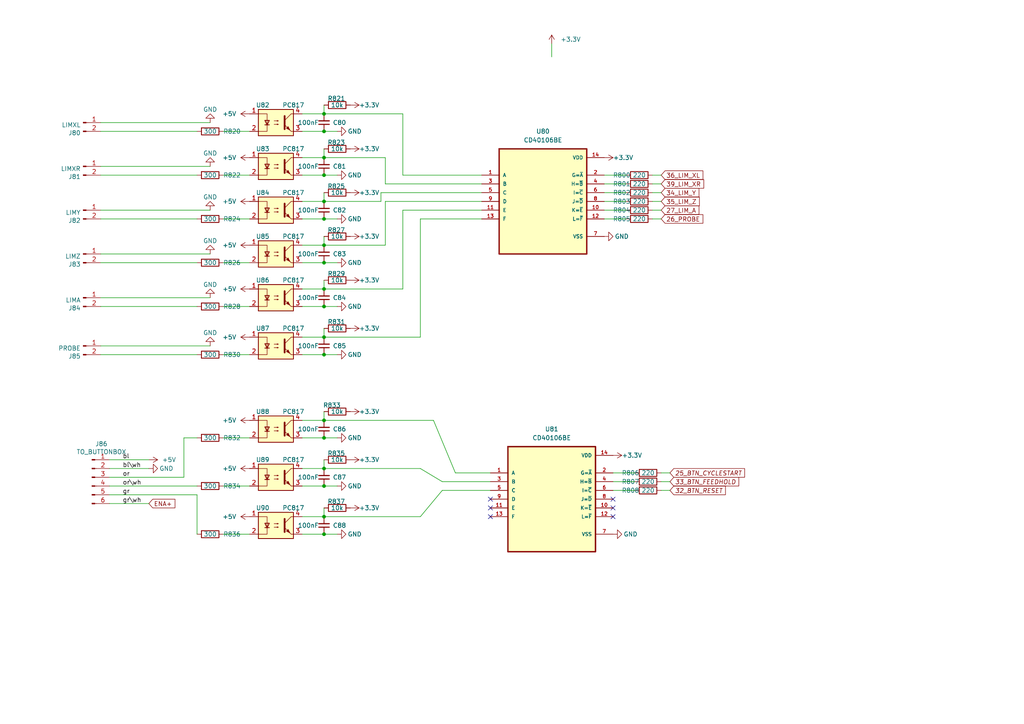
<source format=kicad_sch>
(kicad_sch (version 20211123) (generator eeschema)
  (paper "A4")
  (lib_symbols
    (symbol "CD40106BE:CD40106BE" (pin_names (offset 1.016))
      (property "Reference" "U" (at -12.7 16.2306 0))
      (property "Value" "CD40106BE" (at -12.7 -19.2278 0))
      (symbol "CD40106BE_0_0"
        (rectangle (start -12.7 -15.24) (end 12.7 15.24) (stroke (width 0.4064)) (fill (type background)))
        (pin input line (at -17.78 7.62 0) (length 5.08) (name "A") (number "1"))
        (pin output line (at 17.78 -2.54 180) (length 5.08) (name "K=~{E}") (number "10"))
        (pin input line (at -17.78 -2.54 0) (length 5.08) (name "E") (number "11"))
        (pin output line (at 17.78 -5.08 180) (length 5.08) (name "L=~{F}") (number "12"))
        (pin input line (at -17.78 -5.08 0) (length 5.08) (name "F") (number "13"))
        (pin power_in line (at 17.78 12.7 180) (length 5.08) (name "VDD") (number "14"))
        (pin output line (at 17.78 7.62 180) (length 5.08) (name "G=~{A}") (number "2"))
        (pin input line (at -17.78 5.08 0) (length 5.08) (name "B") (number "3"))
        (pin output line (at 17.78 5.08 180) (length 5.08) (name "H=~{B}") (number "4"))
        (pin input line (at -17.78 2.54 0) (length 5.08) (name "C") (number "5"))
        (pin output line (at 17.78 2.54 180) (length 5.08) (name "I=~{C}") (number "6"))
        (pin power_in line (at 17.78 -10.16 180) (length 5.08) (name "VSS") (number "7"))
        (pin output line (at 17.78 0 180) (length 5.08) (name "J=~{D}") (number "8"))
        (pin input line (at -17.78 0 0) (length 5.08) (name "D") (number "9"))
      )
    )
    (symbol "Connector:Conn_01x02_Male" (pin_names (offset 1.016) hide)
      (property "Reference" "J" (at 0 2.54 0))
      (property "Value" "Conn_01x02_Male" (at 0 -5.08 0))
      (symbol "Conn_01x02_Male_1_1"
        (polyline (pts (xy 1.27 -2.54) (xy 0.8636 -2.54)) (stroke (width 0.1524)))
        (polyline (pts (xy 1.27 0) (xy 0.8636 0)) (stroke (width 0.1524)))
        (rectangle (start 0.8636 -2.413) (end 0 -2.667) (stroke (width 0.1524)) (fill (type outline)))
        (rectangle (start 0.8636 0.127) (end 0 -0.127) (stroke (width 0.1524)) (fill (type outline)))
        (pin passive line (at 5.08 0 180) (length 3.81) (name "Pin_1") (number "1"))
        (pin passive line (at 5.08 -2.54 180) (length 3.81) (name "Pin_2") (number "2"))
      )
    )
    (symbol "Connector:Conn_01x06_Male" (pin_names (offset 1.016) hide)
      (property "Reference" "J" (at 0 7.62 0))
      (property "Value" "Conn_01x06_Male" (at 0 -10.16 0))
      (symbol "Conn_01x06_Male_1_1"
        (polyline (pts (xy 1.27 -7.62) (xy 0.8636 -7.62)) (stroke (width 0.1524)))
        (polyline (pts (xy 1.27 -5.08) (xy 0.8636 -5.08)) (stroke (width 0.1524)))
        (polyline (pts (xy 1.27 -2.54) (xy 0.8636 -2.54)) (stroke (width 0.1524)))
        (polyline (pts (xy 1.27 0) (xy 0.8636 0)) (stroke (width 0.1524)))
        (polyline (pts (xy 1.27 2.54) (xy 0.8636 2.54)) (stroke (width 0.1524)))
        (polyline (pts (xy 1.27 5.08) (xy 0.8636 5.08)) (stroke (width 0.1524)))
        (rectangle (start 0.8636 -7.493) (end 0 -7.747) (stroke (width 0.1524)) (fill (type outline)))
        (rectangle (start 0.8636 -4.953) (end 0 -5.207) (stroke (width 0.1524)) (fill (type outline)))
        (rectangle (start 0.8636 -2.413) (end 0 -2.667) (stroke (width 0.1524)) (fill (type outline)))
        (rectangle (start 0.8636 0.127) (end 0 -0.127) (stroke (width 0.1524)) (fill (type outline)))
        (rectangle (start 0.8636 2.667) (end 0 2.413) (stroke (width 0.1524)) (fill (type outline)))
        (rectangle (start 0.8636 5.207) (end 0 4.953) (stroke (width 0.1524)) (fill (type outline)))
        (pin passive line (at 5.08 5.08 180) (length 3.81) (name "Pin_1") (number "1"))
        (pin passive line (at 5.08 2.54 180) (length 3.81) (name "Pin_2") (number "2"))
        (pin passive line (at 5.08 0 180) (length 3.81) (name "Pin_3") (number "3"))
        (pin passive line (at 5.08 -2.54 180) (length 3.81) (name "Pin_4") (number "4"))
        (pin passive line (at 5.08 -5.08 180) (length 3.81) (name "Pin_5") (number "5"))
        (pin passive line (at 5.08 -7.62 180) (length 3.81) (name "Pin_6") (number "6"))
      )
    )
    (symbol "Device:C_Small" (pin_numbers hide) (pin_names (offset 0.254) hide)
      (property "Reference" "C" (at 0.254 1.778 0))
      (property "Value" "C_Small" (at 0.254 -2.032 0))
      (symbol "C_Small_0_1"
        (polyline (pts (xy -1.524 -0.508) (xy 1.524 -0.508)) (stroke (width 0.3302)))
        (polyline (pts (xy -1.524 0.508) (xy 1.524 0.508)) (stroke (width 0.3048)))
      )
      (symbol "C_Small_1_1"
        (pin passive line (at 0 2.54 270) (length 2.032) (name "~") (number "1"))
        (pin passive line (at 0 -2.54 90) (length 2.032) (name "~") (number "2"))
      )
    )
    (symbol "Device:R" (pin_numbers hide) (pin_names (offset 0))
      (property "Reference" "R" (at 2.032 0 90))
      (property "Value" "R" (at 0 0 90))
      (symbol "R_0_1"
        (rectangle (start -1.016 -2.54) (end 1.016 2.54) (stroke (width 0.254)))
      )
      (symbol "R_1_1"
        (pin passive line (at 0 3.81 270) (length 1.27) (name "~") (number "1"))
        (pin passive line (at 0 -3.81 90) (length 1.27) (name "~") (number "2"))
      )
    )
    (symbol "Isolator:PC817" (pin_names (offset 1.016))
      (property "Reference" "U" (at -5.08 5.08 0))
      (property "Value" "PC817" (at 0 5.08 0))
      (symbol "PC817_0_1"
        (rectangle (start -5.08 3.81) (end 5.08 -3.81) (stroke (width 0.254)) (fill (type background)))
        (polyline (pts (xy -3.175 -0.635) (xy -1.905 -0.635)) (stroke (width 0.254)))
        (polyline (pts (xy 2.54 0.635) (xy 4.445 2.54)))
        (polyline (pts (xy 4.445 -2.54) (xy 2.54 -0.635)) (fill (type outline)))
        (polyline (pts (xy 4.445 -2.54) (xy 5.08 -2.54)))
        (polyline (pts (xy 4.445 2.54) (xy 5.08 2.54)))
        (polyline (pts (xy -5.08 2.54) (xy -2.54 2.54) (xy -2.54 -0.635)))
        (polyline (pts (xy -2.54 -0.635) (xy -2.54 -2.54) (xy -5.08 -2.54)))
        (polyline (pts (xy 2.54 1.905) (xy 2.54 -1.905) (xy 2.54 -1.905)) (stroke (width 0.508)))
        (polyline (pts (xy -2.54 -0.635) (xy -3.175 0.635) (xy -1.905 0.635) (xy -2.54 -0.635)) (stroke (width 0.254)))
        (polyline (pts (xy -0.508 -0.508) (xy 0.762 -0.508) (xy 0.381 -0.635) (xy 0.381 -0.381) (xy 0.762 -0.508)))
        (polyline (pts (xy -0.508 0.508) (xy 0.762 0.508) (xy 0.381 0.381) (xy 0.381 0.635) (xy 0.762 0.508)))
        (polyline (pts (xy 3.048 -1.651) (xy 3.556 -1.143) (xy 4.064 -2.159) (xy 3.048 -1.651) (xy 3.048 -1.651)) (fill (type outline)))
      )
      (symbol "PC817_1_1"
        (pin passive line (at -7.62 2.54 0) (length 2.54) (name "~") (number "1"))
        (pin passive line (at -7.62 -2.54 0) (length 2.54) (name "~") (number "2"))
        (pin passive line (at 7.62 -2.54 180) (length 2.54) (name "~") (number "3"))
        (pin passive line (at 7.62 2.54 180) (length 2.54) (name "~") (number "4"))
      )
    )
    (symbol "power:+3.3V" (power) (pin_names (offset 0))
      (property "Value" "+3.3V" (at 0 3.556 0))
      (symbol "+3.3V_0_1"
        (polyline (pts (xy -0.762 1.27) (xy 0 2.54)))
        (polyline (pts (xy 0 0) (xy 0 2.54)))
        (polyline (pts (xy 0 2.54) (xy 0.762 1.27)))
      )
      (symbol "+3.3V_1_1"
        (pin power_in line (at 0 0 90) (length 0) hide (name "+3.3V") (number "1"))
      )
    )
    (symbol "power:+5V" (power) (pin_names (offset 0))
      (property "Value" "+5V" (at 0 3.556 0))
      (symbol "+5V_0_1"
        (polyline (pts (xy -0.762 1.27) (xy 0 2.54)))
        (polyline (pts (xy 0 0) (xy 0 2.54)))
        (polyline (pts (xy 0 2.54) (xy 0.762 1.27)))
      )
      (symbol "+5V_1_1"
        (pin power_in line (at 0 0 90) (length 0) hide (name "+5V") (number "1"))
      )
    )
    (symbol "power:GND" (power) (pin_names (offset 0))
      (property "Value" "GND" (at 0 -3.81 0))
      (symbol "GND_0_1"
        (polyline (pts (xy 0 0) (xy 0 -1.27) (xy 1.27 -1.27) (xy 0 -2.54) (xy -1.27 -1.27) (xy 0 -1.27)))
      )
      (symbol "GND_1_1"
        (pin power_in line (at 0 0 270) (length 0) hide (name "GND") (number "1"))
      )
    )
  )
  (junction (at 93.98 121.92))
  (junction (at 93.98 140.97))
  (junction (at 93.98 63.5))
  (junction (at 93.98 149.86))
  (junction (at 93.98 127))
  (junction (at 93.98 102.87))
  (junction (at 93.98 88.9))
  (junction (at 93.98 38.1))
  (junction (at 93.98 71.12))
  (junction (at 93.98 50.8))
  (junction (at 93.98 45.72))
  (junction (at 93.98 135.89))
  (junction (at 93.98 76.2))
  (junction (at 93.98 97.79))
  (junction (at 93.98 154.94))
  (junction (at 93.98 83.82))
  (junction (at 93.98 58.42))
  (junction (at 93.98 33.02))
  (no_connect (at 142.24 144.78))
  (no_connect (at 142.24 147.32))
  (no_connect (at 142.24 149.86))
  (no_connect (at 177.8 149.86))
  (no_connect (at 177.8 147.32))
  (no_connect (at 177.8 144.78))
  (wire (pts (xy 93.98 38.1) (xy 97.79 38.1)))
  (wire (pts (xy 189.23 58.42) (xy 191.77 58.42)))
  (wire (pts (xy 64.77 63.5) (xy 72.39 63.5)))
  (wire (pts (xy 93.98 135.89) (xy 121.92 135.89)))
  (wire (pts (xy 29.21 35.56) (xy 60.96 35.56)))
  (wire (pts (xy 93.98 154.94) (xy 87.63 154.94)))
  (wire (pts (xy 128.27 142.24) (xy 142.24 142.24)))
  (wire (pts (xy 111.76 58.42) (xy 139.7 58.42)))
  (wire (pts (xy 93.98 147.32) (xy 93.98 149.86)))
  (wire (pts (xy 87.63 71.12) (xy 93.98 71.12)))
  (wire (pts (xy 93.98 102.87) (xy 87.63 102.87)))
  (wire (pts (xy 57.15 154.94) (xy 57.15 143.51)))
  (wire (pts (xy 87.63 83.82) (xy 93.98 83.82)))
  (wire (pts (xy 181.61 53.34) (xy 175.26 53.34)))
  (wire (pts (xy 64.77 38.1) (xy 72.39 38.1)))
  (wire (pts (xy 93.98 133.35) (xy 93.98 135.89)))
  (wire (pts (xy 93.98 127) (xy 87.63 127)))
  (wire (pts (xy 64.77 88.9) (xy 72.39 88.9)))
  (wire (pts (xy 177.8 142.24) (xy 184.15 142.24)))
  (wire (pts (xy 93.98 55.88) (xy 93.98 58.42)))
  (wire (pts (xy 93.98 63.5) (xy 97.79 63.5)))
  (wire (pts (xy 139.7 53.34) (xy 111.76 53.34)))
  (wire (pts (xy 93.98 76.2) (xy 97.79 76.2)))
  (wire (pts (xy 57.15 63.5) (xy 29.21 63.5)))
  (wire (pts (xy 110.49 58.42) (xy 110.49 55.88)))
  (wire (pts (xy 29.21 102.87) (xy 57.15 102.87)))
  (wire (pts (xy 29.21 60.96) (xy 60.96 60.96)))
  (wire (pts (xy 111.76 45.72) (xy 93.98 45.72)))
  (wire (pts (xy 189.23 55.88) (xy 191.77 55.88)))
  (wire (pts (xy 128.27 139.7) (xy 142.24 139.7)))
  (wire (pts (xy 181.61 55.88) (xy 175.26 55.88)))
  (wire (pts (xy 181.61 58.42) (xy 175.26 58.42)))
  (wire (pts (xy 31.75 146.05) (xy 43.18 146.05)))
  (wire (pts (xy 87.63 121.92) (xy 93.98 121.92)))
  (wire (pts (xy 60.96 86.36) (xy 29.21 86.36)))
  (wire (pts (xy 53.34 127) (xy 53.34 138.43)))
  (wire (pts (xy 93.98 50.8) (xy 97.79 50.8)))
  (wire (pts (xy 31.75 135.89) (xy 43.18 135.89)))
  (wire (pts (xy 93.98 88.9) (xy 87.63 88.9)))
  (wire (pts (xy 29.21 88.9) (xy 57.15 88.9)))
  (wire (pts (xy 87.63 45.72) (xy 93.98 45.72)))
  (wire (pts (xy 64.77 154.94) (xy 72.39 154.94)))
  (wire (pts (xy 29.21 48.26) (xy 60.96 48.26)))
  (wire (pts (xy 93.98 154.94) (xy 97.79 154.94)))
  (wire (pts (xy 93.98 63.5) (xy 87.63 63.5)))
  (wire (pts (xy 111.76 53.34) (xy 111.76 45.72)))
  (wire (pts (xy 87.63 135.89) (xy 93.98 135.89)))
  (wire (pts (xy 64.77 102.87) (xy 72.39 102.87)))
  (wire (pts (xy 64.77 140.97) (xy 72.39 140.97)))
  (wire (pts (xy 110.49 55.88) (xy 139.7 55.88)))
  (wire (pts (xy 87.63 149.86) (xy 93.98 149.86)))
  (wire (pts (xy 93.98 43.18) (xy 93.98 45.72)))
  (wire (pts (xy 177.8 139.7) (xy 184.15 139.7)))
  (wire (pts (xy 181.61 50.8) (xy 175.26 50.8)))
  (wire (pts (xy 57.15 143.51) (xy 31.75 143.51)))
  (wire (pts (xy 31.75 133.35) (xy 43.18 133.35)))
  (wire (pts (xy 177.8 137.16) (xy 184.15 137.16)))
  (wire (pts (xy 181.61 60.96) (xy 175.26 60.96)))
  (wire (pts (xy 93.98 149.86) (xy 121.92 149.86)))
  (wire (pts (xy 87.63 58.42) (xy 93.98 58.42)))
  (wire (pts (xy 93.98 140.97) (xy 87.63 140.97)))
  (wire (pts (xy 121.92 63.5) (xy 121.92 97.79)))
  (wire (pts (xy 93.98 33.02) (xy 116.84 33.02)))
  (wire (pts (xy 93.98 50.8) (xy 87.63 50.8)))
  (wire (pts (xy 93.98 38.1) (xy 87.63 38.1)))
  (wire (pts (xy 31.75 140.97) (xy 57.15 140.97)))
  (wire (pts (xy 93.98 71.12) (xy 111.76 71.12)))
  (wire (pts (xy 191.77 139.7) (xy 194.31 139.7)))
  (wire (pts (xy 57.15 76.2) (xy 29.21 76.2)))
  (wire (pts (xy 57.15 127) (xy 53.34 127)))
  (wire (pts (xy 64.77 76.2) (xy 72.39 76.2)))
  (wire (pts (xy 116.84 33.02) (xy 116.84 50.8)))
  (wire (pts (xy 93.98 102.87) (xy 97.79 102.87)))
  (wire (pts (xy 125.73 121.92) (xy 132.08 137.16)))
  (wire (pts (xy 93.98 97.79) (xy 121.92 97.79)))
  (wire (pts (xy 191.77 137.16) (xy 194.31 137.16)))
  (wire (pts (xy 93.98 140.97) (xy 97.79 140.97)))
  (wire (pts (xy 181.61 63.5) (xy 175.26 63.5)))
  (wire (pts (xy 189.23 63.5) (xy 191.77 63.5)))
  (wire (pts (xy 93.98 58.42) (xy 110.49 58.42)))
  (wire (pts (xy 189.23 53.34) (xy 191.77 53.34)))
  (wire (pts (xy 111.76 71.12) (xy 111.76 58.42)))
  (wire (pts (xy 31.75 138.43) (xy 53.34 138.43)))
  (wire (pts (xy 64.77 127) (xy 72.39 127)))
  (wire (pts (xy 160.02 12.7) (xy 160.02 16.51)))
  (wire (pts (xy 139.7 63.5) (xy 121.92 63.5)))
  (wire (pts (xy 191.77 50.8) (xy 189.23 50.8)))
  (wire (pts (xy 60.96 100.33) (xy 29.21 100.33)))
  (wire (pts (xy 57.15 50.8) (xy 29.21 50.8)))
  (wire (pts (xy 93.98 121.92) (xy 125.73 121.92)))
  (wire (pts (xy 93.98 81.28) (xy 93.98 83.82)))
  (wire (pts (xy 57.15 38.1) (xy 29.21 38.1)))
  (wire (pts (xy 191.77 142.24) (xy 194.31 142.24)))
  (wire (pts (xy 93.98 83.82) (xy 116.84 83.82)))
  (wire (pts (xy 116.84 50.8) (xy 139.7 50.8)))
  (wire (pts (xy 87.63 97.79) (xy 93.98 97.79)))
  (wire (pts (xy 132.08 137.16) (xy 142.24 137.16)))
  (wire (pts (xy 93.98 30.48) (xy 93.98 33.02)))
  (wire (pts (xy 93.98 119.38) (xy 93.98 121.92)))
  (wire (pts (xy 121.92 149.86) (xy 128.27 142.24)))
  (wire (pts (xy 116.84 60.96) (xy 116.84 83.82)))
  (wire (pts (xy 93.98 76.2) (xy 87.63 76.2)))
  (wire (pts (xy 121.92 135.89) (xy 128.27 139.7)))
  (wire (pts (xy 87.63 33.02) (xy 93.98 33.02)))
  (wire (pts (xy 29.21 73.66) (xy 60.96 73.66)))
  (wire (pts (xy 93.98 95.25) (xy 93.98 97.79)))
  (wire (pts (xy 64.77 50.8) (xy 72.39 50.8)))
  (wire (pts (xy 189.23 60.96) (xy 191.77 60.96)))
  (wire (pts (xy 93.98 88.9) (xy 97.79 88.9)))
  (wire (pts (xy 139.7 60.96) (xy 116.84 60.96)))
  (wire (pts (xy 93.98 68.58) (xy 93.98 71.12)))
  (wire (pts (xy 93.98 127) (xy 97.79 127)))
  (label "gr" (at 35.56 143.51 0))
  (label "or\\wh" (at 35.56 140.97 0))
  (label "or" (at 35.56 138.43 0))
  (label "gr\\wh" (at 35.56 146.05 0))
  (label "bl" (at 35.56 133.35 0))
  (label "bl\\wh" (at 35.56 135.89 0))
  (global_label "34_LIM_Y" (shape input) (at 191.77 55.88 0) (property "Intersheet References" "${INTERSHEET_REFS}" (effects hide)))
  (global_label "ENA+" (shape input) (at 43.18 146.05 0) (property "Intersheet References" "${INTERSHEET_REFS}" (effects hide)))
  (global_label "26_PROBE" (shape input) (at 191.77 63.5 0) (property "Intersheet References" "${INTERSHEET_REFS}" (effects hide)))
  (global_label "25_BTN_CYCLESTART" (shape input) (at 194.31 137.16 0) (effects (font italic)) (property "Intersheet References" "${INTERSHEET_REFS}" (effects hide)))
  (global_label "35_LIM_Z" (shape input) (at 191.77 58.42 0) (property "Intersheet References" "${INTERSHEET_REFS}" (effects hide)))
  (global_label "32_BTN_RESET" (shape input) (at 194.31 142.24 0) (effects (font italic)) (property "Intersheet References" "${INTERSHEET_REFS}" (effects hide)))
  (global_label "27_LIM_A" (shape input) (at 191.77 60.96 0) (property "Intersheet References" "${INTERSHEET_REFS}" (effects hide)))
  (global_label "33_BTN_FEEDHOLD" (shape input) (at 194.31 139.7 0) (effects (font italic)) (property "Intersheet References" "${INTERSHEET_REFS}" (effects hide)))
  (global_label "36_LIM_XL" (shape input) (at 191.77 50.8 0) (property "Intersheet References" "${INTERSHEET_REFS}" (effects hide)))
  (global_label "39_LIM_XR" (shape input) (at 191.77 53.34 0) (property "Intersheet References" "${INTERSHEET_REFS}" (effects hide)))
  (symbol (lib_id "Device:R") (at 97.79 43.18 90) (unit 1)
    (property "Reference" "R823" (at 97.5439 41.3232 90))
    (property "Value" "10k" (at 97.79 43.18 90))
    (property "Footprint" "Resistor_SMD:R_1210_3225Metric_Pad1.30x2.65mm_HandSolder" (effects hide))
  )
  (symbol (lib_id "Isolator:PC817") (at 80.01 35.56 0) (unit 1)
    (property "Reference" "U82" (at 76.2 30.48 0))
    (property "Value" "PC817" (at 85.09 30.48 0))
    (property "Footprint" "Package_DIP:DIP-4_W7.62mm" (effects hide))
    (property "Datasheet" "http://www.soselectronic.cz/a_info/resource/d/pc817.pdf" (effects hide))
  )
  (symbol (lib_id "Isolator:PC817") (at 80.01 124.46 0) (unit 1)
    (property "Reference" "U88" (at 76.2 119.38 0))
    (property "Value" "PC817" (at 85.09 119.38 0))
    (property "Footprint" "Package_DIP:DIP-4_W7.62mm" (effects hide))
    (property "Datasheet" "http://www.soselectronic.cz/a_info/resource/d/pc817.pdf" (effects hide))
  )
  (symbol (lib_id "Device:R") (at 60.96 140.97 270) (unit 1)
    (property "Reference" "R834" (at 67.31 140.97 90))
    (property "Value" "300" (at 60.96 140.97 90))
    (property "Footprint" "Resistor_SMD:R_1210_3225Metric_Pad1.30x2.65mm_HandSolder" (effects hide))
  )
  (symbol (lib_id "Connector:Conn_01x02_Male") (at 24.13 86.36 0) (unit 1)
    (property "Reference" "J84" (at 23.4188 89.3572 0) (effects (justify right)))
    (property "Value" "LIMA" (at 23.4188 87.0458 0) (effects (justify right)))
    (property "Footprint" "Connector_JST:JST_EH_B2B-EH-A_1x02_P2.50mm_Vertical" (effects hide))
  )
  (symbol (lib_id "Device:R") (at 185.42 55.88 270) (unit 1)
    (property "Reference" "R802" (at 180.34 55.88 90))
    (property "Value" "220" (at 185.42 55.88 90))
    (property "Footprint" "Resistor_SMD:R_1210_3225Metric_Pad1.30x2.65mm_HandSolder" (effects hide))
  )
  (symbol (lib_id "Isolator:PC817") (at 80.01 60.96 0) (unit 1)
    (property "Reference" "U84" (at 76.2 55.88 0))
    (property "Value" "PC817" (at 85.09 55.88 0))
    (property "Footprint" "Package_DIP:DIP-4_W7.62mm" (effects hide))
    (property "Datasheet" "http://www.soselectronic.cz/a_info/resource/d/pc817.pdf" (effects hide))
  )
  (symbol (lib_id "Device:C_Small") (at 93.98 73.66 180) (unit 1)
    (property "Reference" "C83" (at 96.52 73.66 0) (effects (justify right)))
    (property "Value" "100nF" (at 86.36 73.66 0) (effects (justify right)))
    (property "Footprint" "Capacitor_THT:C_Disc_D5.0mm_W2.5mm_P2.50mm" (effects hide))
  )
  (symbol (lib_id "Connector:Conn_01x02_Male") (at 24.13 60.96 0) (unit 1)
    (property "Reference" "J82" (at 23.4188 63.9572 0) (effects (justify right)))
    (property "Value" "LIMY" (at 23.4188 61.6458 0) (effects (justify right)))
    (property "Footprint" "Connector_JST:JST_EH_B2B-EH-A_1x02_P2.50mm_Vertical" (effects hide))
  )
  (symbol (lib_id "Device:C_Small") (at 93.98 100.33 180) (unit 1)
    (property "Reference" "C85" (at 96.52 100.33 0) (effects (justify right)))
    (property "Value" "100nF" (at 86.36 100.33 0) (effects (justify right)))
    (property "Footprint" "Capacitor_THT:C_Disc_D5.0mm_W2.5mm_P2.50mm" (effects hide))
  )
  (symbol (lib_id "Device:R") (at 97.79 119.38 90) (unit 1)
    (property "Reference" "R833" (at 96.2739 117.5232 90))
    (property "Value" "10k" (at 97.79 119.38 90))
    (property "Footprint" "Resistor_SMD:R_1210_3225Metric_Pad1.30x2.65mm_HandSolder" (effects hide))
  )
  (symbol (lib_id "Isolator:PC817") (at 80.01 100.33 0) (unit 1)
    (property "Reference" "U87" (at 76.2 95.25 0))
    (property "Value" "PC817" (at 85.09 95.25 0))
    (property "Footprint" "Package_DIP:DIP-4_W7.62mm" (effects hide))
    (property "Datasheet" "http://www.soselectronic.cz/a_info/resource/d/pc817.pdf" (effects hide))
  )
  (symbol (lib_id "Device:R") (at 97.79 147.32 90) (unit 1)
    (property "Reference" "R837" (at 97.5439 145.4632 90))
    (property "Value" "10k" (at 97.79 147.32 90))
    (property "Footprint" "Resistor_SMD:R_1210_3225Metric_Pad1.30x2.65mm_HandSolder" (effects hide))
  )
  (symbol (lib_id "power:GND") (at 60.96 73.66 180) (unit 1)
    (property "Reference" "#PWR0154" (effects hide))
    (property "Value" "GND" (at 60.96 69.85 0))
  )
  (symbol (lib_id "power:+3.3V") (at 101.6 133.35 270) (unit 1)
    (property "Reference" "#PWR0176" (effects hide))
    (property "Value" "+3.3V" (at 104.14 133.35 90) (effects (justify left)))
  )
  (symbol (lib_id "power:GND") (at 97.79 127 90) (unit 1)
    (property "Reference" "#PWR0186" (effects hide))
    (property "Value" "GND" (at 102.87 127 90))
  )
  (symbol (lib_id "power:GND") (at 43.18 135.89 90) (unit 1)
    (property "Reference" "#PWR0183" (effects hide))
    (property "Value" "GND" (at 48.26 135.89 90))
  )
  (symbol (lib_id "Device:R") (at 60.96 50.8 270) (unit 1)
    (property "Reference" "R822" (at 67.31 50.8 90))
    (property "Value" "300" (at 60.96 50.8 90))
    (property "Footprint" "Resistor_SMD:R_1210_3225Metric_Pad1.30x2.65mm_HandSolder" (effects hide))
  )
  (symbol (lib_id "Device:R") (at 185.42 58.42 270) (unit 1)
    (property "Reference" "R803" (at 180.34 58.42 90))
    (property "Value" "220" (at 185.42 58.42 90))
    (property "Footprint" "Resistor_SMD:R_1210_3225Metric_Pad1.30x2.65mm_HandSolder" (effects hide))
  )
  (symbol (lib_id "Device:C_Small") (at 93.98 152.4 180) (unit 1)
    (property "Reference" "C88" (at 96.52 152.4 0) (effects (justify right)))
    (property "Value" "100nF" (at 86.36 152.4 0) (effects (justify right)))
    (property "Footprint" "Capacitor_THT:C_Disc_D5.0mm_W2.5mm_P2.50mm" (effects hide))
  )
  (symbol (lib_id "power:GND") (at 60.96 60.96 180) (unit 1)
    (property "Reference" "#PWR0157" (effects hide))
    (property "Value" "GND" (at 60.96 57.15 0))
  )
  (symbol (lib_id "power:+3.3V") (at 101.6 43.18 270) (unit 1)
    (property "Reference" "#PWR0165" (effects hide))
    (property "Value" "+3.3V" (at 104.14 43.18 90) (effects (justify left)))
  )
  (symbol (lib_id "power:GND") (at 60.96 35.56 180) (unit 1)
    (property "Reference" "#PWR0153" (effects hide))
    (property "Value" "GND" (at 60.96 31.75 0))
  )
  (symbol (lib_id "Isolator:PC817") (at 80.01 86.36 0) (unit 1)
    (property "Reference" "U86" (at 76.2 81.28 0))
    (property "Value" "PC817" (at 85.09 81.28 0))
    (property "Footprint" "Package_DIP:DIP-4_W7.62mm" (effects hide))
    (property "Datasheet" "http://www.soselectronic.cz/a_info/resource/d/pc817.pdf" (effects hide))
  )
  (symbol (lib_id "power:+5V") (at 72.39 97.79 90) (unit 1)
    (property "Reference" "#PWR0195" (effects hide))
    (property "Value" "+5V" (at 68.58 97.7899 90) (effects (justify left)))
  )
  (symbol (lib_id "power:+3.3V") (at 101.6 30.48 270) (unit 1)
    (property "Reference" "#PWR0169" (effects hide))
    (property "Value" "+3.3V" (at 104.14 30.48 90) (effects (justify left)))
  )
  (symbol (lib_id "power:+5V") (at 72.39 71.12 90) (unit 1)
    (property "Reference" "#PWR0190" (effects hide))
    (property "Value" "+5V" (at 68.58 71.1199 90) (effects (justify left)))
  )
  (symbol (lib_id "Device:R") (at 60.96 76.2 270) (unit 1)
    (property "Reference" "R826" (at 67.31 76.2 90))
    (property "Value" "300" (at 60.96 76.2 90))
    (property "Footprint" "Resistor_SMD:R_1210_3225Metric_Pad1.30x2.65mm_HandSolder" (effects hide))
  )
  (symbol (lib_id "Device:R") (at 187.96 139.7 270) (unit 1)
    (property "Reference" "R807" (at 182.88 139.7 90))
    (property "Value" "220" (at 187.96 139.7 90))
    (property "Footprint" "Resistor_SMD:R_1210_3225Metric_Pad1.30x2.65mm_HandSolder" (effects hide))
  )
  (symbol (lib_id "Device:R") (at 185.42 63.5 270) (unit 1)
    (property "Reference" "R805" (at 180.34 63.5 90))
    (property "Value" "220" (at 185.42 63.5 90))
    (property "Footprint" "Resistor_SMD:R_1210_3225Metric_Pad1.30x2.65mm_HandSolder" (effects hide))
  )
  (symbol (lib_id "power:+3.3V") (at 177.8 132.08 270) (unit 1)
    (property "Reference" "#PWR0192" (effects hide))
    (property "Value" "+3.3V" (at 180.34 132.08 90) (effects (justify left)))
  )
  (symbol (lib_id "power:+3.3V") (at 101.6 95.25 270) (unit 1)
    (property "Reference" "#PWR0197" (effects hide))
    (property "Value" "+3.3V" (at 104.14 95.25 90) (effects (justify left)))
  )
  (symbol (lib_id "Device:R") (at 60.96 88.9 270) (unit 1)
    (property "Reference" "R828" (at 67.31 88.9 90))
    (property "Value" "300" (at 60.96 88.9 90))
    (property "Footprint" "Resistor_SMD:R_1210_3225Metric_Pad1.30x2.65mm_HandSolder" (effects hide))
  )
  (symbol (lib_id "power:+3.3V") (at 160.02 12.7 0) (unit 1)
    (property "Reference" "#PWR0175" (effects hide))
    (property "Value" "+3.3V" (at 162.56 11.4299 0) (effects (justify left)))
  )
  (symbol (lib_id "Device:R") (at 185.42 60.96 270) (unit 1)
    (property "Reference" "R804" (at 180.34 60.96 90))
    (property "Value" "220" (at 185.42 60.96 90))
    (property "Footprint" "Resistor_SMD:R_1210_3225Metric_Pad1.30x2.65mm_HandSolder" (effects hide))
  )
  (symbol (lib_id "power:+3.3V") (at 101.6 55.88 270) (unit 1)
    (property "Reference" "#PWR0167" (effects hide))
    (property "Value" "+3.3V" (at 104.14 55.88 90) (effects (justify left)))
  )
  (symbol (lib_id "Connector:Conn_01x06_Male") (at 26.67 138.43 0) (unit 1)
    (property "Reference" "J86" (at 29.4132 128.7526 0))
    (property "Value" "TO_BUTTONBOX" (at 29.4132 131.064 0))
    (property "Footprint" "Connector_JST:JST_EH_B6B-EH-A_1x06_P2.50mm_Vertical" (effects hide))
  )
  (symbol (lib_id "Device:R") (at 185.42 53.34 270) (unit 1)
    (property "Reference" "R801" (at 180.34 53.34 90))
    (property "Value" "220" (at 185.42 53.34 90))
    (property "Footprint" "Resistor_SMD:R_1210_3225Metric_Pad1.30x2.65mm_HandSolder" (effects hide))
  )
  (symbol (lib_id "Isolator:PC817") (at 80.01 73.66 0) (unit 1)
    (property "Reference" "U85" (at 76.2 68.58 0))
    (property "Value" "PC817" (at 85.09 68.58 0))
    (property "Footprint" "Package_DIP:DIP-4_W7.62mm" (effects hide))
    (property "Datasheet" "http://www.soselectronic.cz/a_info/resource/d/pc817.pdf" (effects hide))
  )
  (symbol (lib_id "Device:C_Small") (at 93.98 124.46 180) (unit 1)
    (property "Reference" "C86" (at 96.52 124.46 0) (effects (justify right)))
    (property "Value" "100nF" (at 86.36 124.46 0) (effects (justify right)))
    (property "Footprint" "Capacitor_THT:C_Disc_D5.0mm_W2.5mm_P2.50mm" (effects hide))
  )
  (symbol (lib_id "power:+5V") (at 72.39 149.86 90) (unit 1)
    (property "Reference" "#PWR0179" (effects hide))
    (property "Value" "+5V" (at 68.58 149.8599 90) (effects (justify left)))
  )
  (symbol (lib_id "power:+5V") (at 72.39 83.82 90) (unit 1)
    (property "Reference" "#PWR0180" (effects hide))
    (property "Value" "+5V" (at 68.58 83.8199 90) (effects (justify left)))
  )
  (symbol (lib_id "Connector:Conn_01x02_Male") (at 24.13 35.56 0) (unit 1)
    (property "Reference" "J80" (at 23.4188 38.5572 0) (effects (justify right)))
    (property "Value" "LIMXL" (at 23.4188 36.2458 0) (effects (justify right)))
    (property "Footprint" "Connector_JST:JST_EH_B2B-EH-A_1x02_P2.50mm_Vertical" (effects hide))
  )
  (symbol (lib_id "Isolator:PC817") (at 80.01 138.43 0) (unit 1)
    (property "Reference" "U89" (at 76.2 133.35 0))
    (property "Value" "PC817" (at 85.09 133.35 0))
    (property "Footprint" "Package_DIP:DIP-4_W7.62mm" (effects hide))
    (property "Datasheet" "http://www.soselectronic.cz/a_info/resource/d/pc817.pdf" (effects hide))
  )
  (symbol (lib_id "power:+5V") (at 43.18 133.35 270) (unit 1)
    (property "Reference" "#PWR0182" (effects hide))
    (property "Value" "+5V" (at 46.99 133.3499 90) (effects (justify left)))
  )
  (symbol (lib_id "power:GND") (at 97.79 76.2 90) (unit 1)
    (property "Reference" "#PWR0187" (effects hide))
    (property "Value" "GND" (at 102.87 76.2 90))
  )
  (symbol (lib_id "Device:R") (at 97.79 81.28 90) (unit 1)
    (property "Reference" "R829" (at 97.5876 79.3756 90))
    (property "Value" "10k" (at 97.79 81.28 90))
    (property "Footprint" "Resistor_SMD:R_1210_3225Metric_Pad1.30x2.65mm_HandSolder" (effects hide))
  )
  (symbol (lib_id "CD40106BE:CD40106BE") (at 160.02 144.78 0) (unit 1)
    (property "Reference" "U81" (at 160.02 124.46 0))
    (property "Value" "CD40106BE" (at 160.02 127 0))
    (property "Footprint" "extra kicad footprints:DIP794W45P254L1969H508Q14" (effects hide))
  )
  (symbol (lib_id "power:GND") (at 97.79 154.94 90) (unit 1)
    (property "Reference" "#PWR0159" (effects hide))
    (property "Value" "GND" (at 102.87 154.94 90))
  )
  (symbol (lib_id "Device:R") (at 187.96 142.24 270) (unit 1)
    (property "Reference" "R808" (at 182.88 142.24 90))
    (property "Value" "220" (at 187.96 142.24 90))
    (property "Footprint" "Resistor_SMD:R_1210_3225Metric_Pad1.30x2.65mm_HandSolder" (effects hide))
  )
  (symbol (lib_id "Connector:Conn_01x02_Male") (at 24.13 100.33 0) (unit 1)
    (property "Reference" "J85" (at 23.4188 103.3272 0) (effects (justify right)))
    (property "Value" "PROBE" (at 23.4188 101.0158 0) (effects (justify right)))
    (property "Footprint" "Connector_JST:JST_EH_B2B-EH-A_1x02_P2.50mm_Vertical" (effects hide))
  )
  (symbol (lib_id "power:+5V") (at 72.39 135.89 90) (unit 1)
    (property "Reference" "#PWR0178" (effects hide))
    (property "Value" "+5V" (at 68.58 135.8899 90) (effects (justify left)))
  )
  (symbol (lib_id "power:GND") (at 97.79 102.87 90) (unit 1)
    (property "Reference" "#PWR0196" (effects hide))
    (property "Value" "GND" (at 102.87 102.87 90))
  )
  (symbol (lib_id "Device:C_Small") (at 93.98 48.26 180) (unit 1)
    (property "Reference" "C81" (at 96.52 48.26 0) (effects (justify right)))
    (property "Value" "100nF" (at 86.36 48.26 0) (effects (justify right)))
    (property "Footprint" "Capacitor_THT:C_Disc_D5.0mm_W2.5mm_P2.50mm" (effects hide))
  )
  (symbol (lib_id "power:+5V") (at 72.39 121.92 90) (unit 1)
    (property "Reference" "#PWR0189" (effects hide))
    (property "Value" "+5V" (at 68.58 121.9199 90) (effects (justify left)))
  )
  (symbol (lib_id "power:GND") (at 97.79 63.5 90) (unit 1)
    (property "Reference" "#PWR0185" (effects hide))
    (property "Value" "GND" (at 102.87 63.5 90))
  )
  (symbol (lib_id "Isolator:PC817") (at 80.01 152.4 0) (unit 1)
    (property "Reference" "U90" (at 76.2 147.32 0))
    (property "Value" "PC817" (at 85.09 147.32 0))
    (property "Footprint" "Package_DIP:DIP-4_W7.62mm" (effects hide))
    (property "Datasheet" "http://www.soselectronic.cz/a_info/resource/d/pc817.pdf" (effects hide))
  )
  (symbol (lib_id "Connector:Conn_01x02_Male") (at 24.13 73.66 0) (unit 1)
    (property "Reference" "J83" (at 23.4188 76.6572 0) (effects (justify right)))
    (property "Value" "LIMZ" (at 23.4188 74.3458 0) (effects (justify right)))
    (property "Footprint" "Connector_JST:JST_EH_B2B-EH-A_1x02_P2.50mm_Vertical" (effects hide))
  )
  (symbol (lib_id "Device:R") (at 187.96 137.16 270) (unit 1)
    (property "Reference" "R806" (at 182.88 137.16 90))
    (property "Value" "220" (at 187.96 137.16 90))
    (property "Footprint" "Resistor_SMD:R_1210_3225Metric_Pad1.30x2.65mm_HandSolder" (effects hide))
  )
  (symbol (lib_id "power:GND") (at 97.79 140.97 90) (unit 1)
    (property "Reference" "#PWR0177" (effects hide))
    (property "Value" "GND" (at 102.87 140.97 90))
  )
  (symbol (lib_id "power:+3.3V") (at 175.26 45.72 270) (unit 1)
    (property "Reference" "#PWR0174" (effects hide))
    (property "Value" "+3.3V" (at 177.8 45.72 90) (effects (justify left)))
  )
  (symbol (lib_id "power:+3.3V") (at 101.6 119.38 270) (unit 1)
    (property "Reference" "#PWR0188" (effects hide))
    (property "Value" "+3.3V" (at 104.14 119.38 90) (effects (justify left)))
  )
  (symbol (lib_id "power:+3.3V") (at 101.6 68.58 270) (unit 1)
    (property "Reference" "#PWR0184" (effects hide))
    (property "Value" "+3.3V" (at 104.14 68.58 90) (effects (justify left)))
  )
  (symbol (lib_id "Device:C_Small") (at 93.98 60.96 180) (unit 1)
    (property "Reference" "C82" (at 96.52 60.96 0) (effects (justify right)))
    (property "Value" "100nF" (at 86.36 60.96 0) (effects (justify right)))
    (property "Footprint" "Capacitor_THT:C_Disc_D5.0mm_W2.5mm_P2.50mm" (effects hide))
  )
  (symbol (lib_id "Device:C_Small") (at 93.98 138.43 180) (unit 1)
    (property "Reference" "C87" (at 96.52 138.43 0) (effects (justify right)))
    (property "Value" "100nF" (at 86.36 138.43 0) (effects (justify right)))
    (property "Footprint" "Capacitor_THT:C_Disc_D5.0mm_W2.5mm_P2.50mm" (effects hide))
  )
  (symbol (lib_id "Connector:Conn_01x02_Male") (at 24.13 48.26 0) (unit 1)
    (property "Reference" "J81" (at 23.4188 51.2572 0) (effects (justify right)))
    (property "Value" "LIMXR" (at 23.4188 48.9458 0) (effects (justify right)))
    (property "Footprint" "Connector_JST:JST_EH_B2B-EH-A_1x02_P2.50mm_Vertical" (effects hide))
  )
  (symbol (lib_id "power:GND") (at 60.96 100.33 180) (unit 1)
    (property "Reference" "#PWR0194" (effects hide))
    (property "Value" "GND" (at 60.96 96.52 0))
  )
  (symbol (lib_id "Device:R") (at 97.79 30.48 90) (unit 1)
    (property "Reference" "R821" (at 97.5876 28.5756 90))
    (property "Value" "10k" (at 97.79 30.48 90))
    (property "Footprint" "Resistor_SMD:R_1210_3225Metric_Pad1.30x2.65mm_HandSolder" (effects hide))
  )
  (symbol (lib_id "Device:R") (at 97.79 95.25 90) (unit 1)
    (property "Reference" "R831" (at 97.5876 93.3456 90))
    (property "Value" "10k" (at 97.79 95.25 90))
    (property "Footprint" "Resistor_SMD:R_1210_3225Metric_Pad1.30x2.65mm_HandSolder" (effects hide))
  )
  (symbol (lib_id "Device:R") (at 97.79 133.35 90) (unit 1)
    (property "Reference" "R835" (at 97.5439 131.4932 90))
    (property "Value" "10k" (at 97.79 133.35 90))
    (property "Footprint" "Resistor_SMD:R_1210_3225Metric_Pad1.30x2.65mm_HandSolder" (effects hide))
  )
  (symbol (lib_id "power:GND") (at 177.8 154.94 90) (unit 1)
    (property "Reference" "#PWR0193" (effects hide))
    (property "Value" "GND" (at 182.88 154.94 90))
  )
  (symbol (lib_id "Isolator:PC817") (at 80.01 48.26 0) (unit 1)
    (property "Reference" "U83" (at 76.2 43.18 0))
    (property "Value" "PC817" (at 85.09 43.18 0))
    (property "Footprint" "Package_DIP:DIP-4_W7.62mm" (effects hide))
    (property "Datasheet" "http://www.soselectronic.cz/a_info/resource/d/pc817.pdf" (effects hide))
  )
  (symbol (lib_id "power:GND") (at 60.96 86.36 180) (unit 1)
    (property "Reference" "#PWR0181" (effects hide))
    (property "Value" "GND" (at 60.96 82.55 0))
  )
  (symbol (lib_id "power:+5V") (at 72.39 58.42 90) (unit 1)
    (property "Reference" "#PWR0155" (effects hide))
    (property "Value" "+5V" (at 68.58 58.4199 90) (effects (justify left)))
  )
  (symbol (lib_id "power:+5V") (at 72.39 45.72 90) (unit 1)
    (property "Reference" "#PWR0142" (effects hide))
    (property "Value" "+5V" (at 68.58 45.7199 90) (effects (justify left)))
  )
  (symbol (lib_id "Device:C_Small") (at 93.98 86.36 180) (unit 1)
    (property "Reference" "C84" (at 96.52 86.36 0) (effects (justify right)))
    (property "Value" "100nF" (at 86.36 86.36 0) (effects (justify right)))
    (property "Footprint" "Capacitor_THT:C_Disc_D5.0mm_W2.5mm_P2.50mm" (effects hide))
  )
  (symbol (lib_id "Device:C_Small") (at 93.98 35.56 180) (unit 1)
    (property "Reference" "C80" (at 96.52 35.56 0) (effects (justify right)))
    (property "Value" "100nF" (at 86.36 35.56 0) (effects (justify right)))
    (property "Footprint" "Capacitor_THT:C_Disc_D5.0mm_W2.5mm_P2.50mm" (effects hide))
  )
  (symbol (lib_id "power:GND") (at 97.79 50.8 90) (unit 1)
    (property "Reference" "#PWR0162" (effects hide))
    (property "Value" "GND" (at 102.87 50.8 90))
  )
  (symbol (lib_id "power:GND") (at 97.79 88.9 90) (unit 1)
    (property "Reference" "#PWR0158" (effects hide))
    (property "Value" "GND" (at 102.87 88.9 90))
  )
  (symbol (lib_id "power:GND") (at 97.79 38.1 90) (unit 1)
    (property "Reference" "#PWR0170" (effects hide))
    (property "Value" "GND" (at 102.87 38.1 90))
  )
  (symbol (lib_id "power:GND") (at 175.26 68.58 90) (unit 1)
    (property "Reference" "#PWR0191" (effects hide))
    (property "Value" "GND" (at 180.34 68.58 90))
  )
  (symbol (lib_id "power:+3.3V") (at 101.6 81.28 270) (unit 1)
    (property "Reference" "#PWR0160" (effects hide))
    (property "Value" "+3.3V" (at 104.14 81.28 90) (effects (justify left)))
  )
  (symbol (lib_id "Device:R") (at 60.96 127 270) (unit 1)
    (property "Reference" "R832" (at 67.31 127 90))
    (property "Value" "300" (at 60.96 127 90))
    (property "Footprint" "Resistor_SMD:R_1210_3225Metric_Pad1.30x2.65mm_HandSolder" (effects hide))
  )
  (symbol (lib_id "Device:R") (at 97.79 68.58 90) (unit 1)
    (property "Reference" "R827" (at 97.5439 66.7232 90))
    (property "Value" "10k" (at 97.79 68.58 90))
    (property "Footprint" "Resistor_SMD:R_1210_3225Metric_Pad1.30x2.65mm_HandSolder" (effects hide))
  )
  (symbol (lib_id "power:GND") (at 60.96 48.26 180) (unit 1)
    (property "Reference" "#PWR0141" (effects hide))
    (property "Value" "GND" (at 60.96 44.45 0))
  )
  (symbol (lib_id "Device:R") (at 60.96 38.1 270) (unit 1)
    (property "Reference" "R820" (at 67.31 38.1 90))
    (property "Value" "300" (at 60.96 38.1 90))
    (property "Footprint" "Resistor_SMD:R_1210_3225Metric_Pad1.30x2.65mm_HandSolder" (effects hide))
  )
  (symbol (lib_id "Device:R") (at 97.79 55.88 90) (unit 1)
    (property "Reference" "R825" (at 97.5439 54.0232 90))
    (property "Value" "10k" (at 97.79 55.88 90))
    (property "Footprint" "Resistor_SMD:R_1210_3225Metric_Pad1.30x2.65mm_HandSolder" (effects hide))
  )
  (symbol (lib_id "Device:R") (at 60.96 154.94 270) (unit 1)
    (property "Reference" "R836" (at 67.31 154.94 90))
    (property "Value" "300" (at 60.96 154.94 90))
    (property "Footprint" "Resistor_SMD:R_1210_3225Metric_Pad1.30x2.65mm_HandSolder" (effects hide))
  )
  (symbol (lib_id "power:+3.3V") (at 101.6 147.32 270) (unit 1)
    (property "Reference" "#PWR0161" (effects hide))
    (property "Value" "+3.3V" (at 104.14 147.32 90) (effects (justify left)))
  )
  (symbol (lib_id "Device:R") (at 60.96 63.5 270) (unit 1)
    (property "Reference" "R824" (at 67.31 63.5 90))
    (property "Value" "300" (at 60.96 63.5 90))
    (property "Footprint" "Resistor_SMD:R_1210_3225Metric_Pad1.30x2.65mm_HandSolder" (effects hide))
  )
  (symbol (lib_id "power:+5V") (at 72.39 33.02 90) (unit 1)
    (property "Reference" "#PWR0152" (effects hide))
    (property "Value" "+5V" (at 68.58 33.0199 90) (effects (justify left)))
  )
  (symbol (lib_id "CD40106BE:CD40106BE") (at 157.48 58.42 0) (unit 1)
    (property "Reference" "U80" (at 157.48 38.1 0))
    (property "Value" "CD40106BE" (at 157.48 40.64 0))
    (property "Footprint" "extra kicad footprints:DIP794W45P254L1969H508Q14" (effects hide))
  )
  (symbol (lib_id "Device:R") (at 185.42 50.8 270) (unit 1)
    (property "Reference" "R800" (at 180.34 50.8 90))
    (property "Value" "220" (at 185.42 50.8 90))
    (property "Footprint" "Resistor_SMD:R_1210_3225Metric_Pad1.30x2.65mm_HandSolder" (effects hide))
  )
  (symbol (lib_id "Device:R") (at 60.96 102.87 270) (unit 1)
    (property "Reference" "R830" (at 67.31 102.87 90))
    (property "Value" "300" (at 60.96 102.87 90))
    (property "Footprint" "Resistor_SMD:R_1210_3225Metric_Pad1.30x2.65mm_HandSolder" (effects hide))
  )
)
</source>
